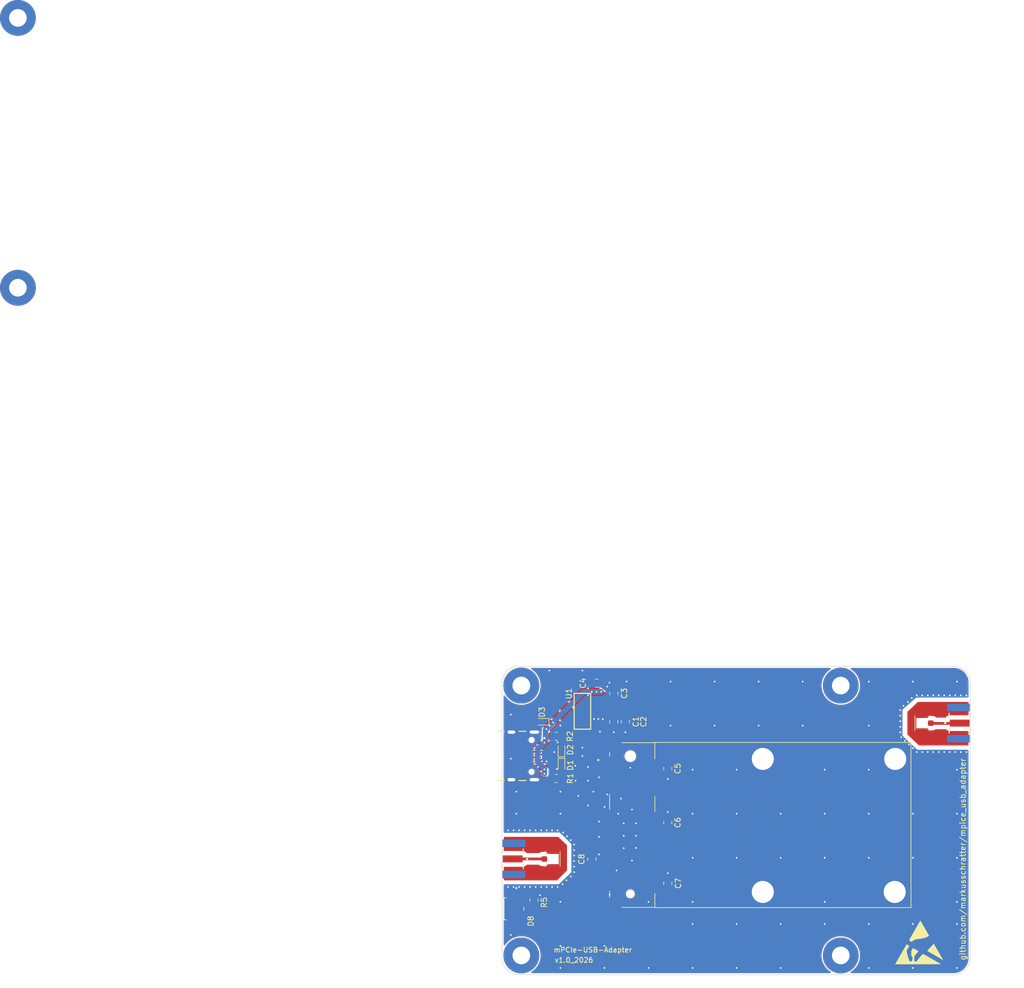
<source format=kicad_pcb>
(kicad_pcb (version 20241229) (generator "pcbnew") (generator_version "9.0")
  (layers (0 "F.Cu" signal) (2 "B.Cu" signal) (13 "F.Paste" user) (15 "B.Paste" user) (5 "F.SilkS" user "F.Silkscreen") (7 "B.SilkS" user "B.Silkscreen") (1 "F.Mask" user) (3 "B.Mask" user) (25 "Edge.Cuts" user))
  (net 0 "")
  (net 1 "GND")
  (net 2 "Net-(D8-Pad1)")
  (net 3 "+3.3V")
  (net 7 "+5V")
  (net 8 "USB_D-")
  (net 9 "USB_D+")
  (net 10 "Net-(J1-CC1)")
  (net 12 "Net-(J1-CC2)")
  (net 13 "Net-(J4-Ext)")
  (net 14 "Net-(J4-In)")
  (net 15 "Net-(J5-In)")
  (net 16 "Net-(J5-Ext)")
  (footprint "LD1117S33TR:SOT230P700X180-4N" (layer "F.Cu") (at 184 73.4 180)
    (property "Reference" "U1" (at 2.45 3.2 90) (layer "F.SilkS") (effects (font (size 1.000693 1.000693))))
    (property "Value" "LD1117S33TR" (hide yes))
    (pad "1" smd rect (at -2.9 -2.3 180) (size 2.15 1) (layers "F.Cu" "F.Mask" "F.Paste") (net 1 "GND"))
    (pad "2" smd rect (at -2.9 0 180) (size 2.15 1) (layers "F.Cu" "F.Mask" "F.Paste") (net 3 "+3.3V"))
    (pad "3" smd rect (at -2.9 2.3 180) (size 2.15 1) (layers "F.Cu" "F.Mask" "F.Paste") (net 7 "+5V"))
    (pad "4" smd rect (at 2.9 0 180) (size 2.15 3.25) (layers "F.Cu" "F.Mask" "F.Paste") (net 3 "+3.3V"))
  )
  (footprint "SMA-J-P-H-ST-EM1:SAMTEC_SMA-J-P-H-ST-EM1" (layer "F.Cu") (at 171.35 100.2 -90)
    (property "Reference" "J2" (hide yes))
    (property "Value" "SMA-J-P-H-ST-EM1" (hide yes))
    (pad "1" smd rect (at 0 0 270) (size 1.27 3.6) (layers "F.Cu" "F.Mask" "F.Paste") (net 14 "Net-(J4-In)"))
    (pad "2_1" smd rect (at -2.825 -0.2 270) (size 1.35 4.2) (layers "F.Cu" "F.Mask" "F.Paste") (net 13 "Net-(J4-Ext)"))
    (pad "2_2" smd rect (at -2.825 -0.2 270) (size 1.35 4.2) (layers "B.Cu" "B.Mask" "B.Paste") (net 13 "Net-(J4-Ext)"))
    (pad "3_1" smd rect (at 2.825 -0.2 270) (size 1.35 4.2) (layers "F.Cu" "F.Mask" "F.Paste") (net 13 "Net-(J4-Ext)"))
    (pad "3_2" smd rect (at 2.825 -0.2 270) (size 1.35 4.2) (layers "B.Cu" "B.Mask" "B.Paste") (net 13 "Net-(J4-Ext)"))
  )
  (footprint "Capacitor_SMD:C_0805_2012Metric" (layer "F.Cu") (at 191.8 75.3 -90)
    (property "Reference" "C2" (at 0 -3.3 90) (layer "F.SilkS"))
    (property "Value" "10uF" (hide yes))
    (pad "1" smd roundrect (at -0.95 0 270) (size 1 1.45) (layers "F.Cu" "F.Mask" "F.Paste") (net 3 "+3.3V"))
    (pad "2" smd roundrect (at 0.95 0 270) (size 1 1.45) (layers "F.Cu" "F.Mask" "F.Paste") (net 1 "GND"))
  )
  (footprint "Capacitor_SMD:C_0805_2012Metric" (layer "F.Cu") (at 189.7 70.15 90)
    (property "Reference" "C3" (at 0 1.9 90) (layer "F.SilkS"))
    (property "Value" "100nF" (hide yes))
    (pad "1" smd roundrect (at -0.95 0 90) (size 1 1.45) (layers "F.Cu" "F.Mask" "F.Paste") (net 7 "+5V"))
    (pad "2" smd roundrect (at 0.95 0 90) (size 1 1.45) (layers "F.Cu" "F.Mask" "F.Paste") (net 1 "GND"))
  )
  (footprint "Connector_Coaxial:U.FL_Hirose_U.FL-R-SMT-1_Vertical" (layer "F.Cu") (at 178.125 100.225)
    (property "Reference" "J4" (hide yes))
    (property "Value" "Conn_Coaxial_Small" (hide yes))
    (pad "1" smd roundrect (at -1.05 0) (size 1.05 1) (layers "F.Cu" "F.Mask" "F.Paste") (net 14 "Net-(J4-In)"))
    (pad "2" smd roundrect (at 0.475 -1.475) (size 2.2 1.05) (layers "F.Cu" "F.Mask" "F.Paste") (roundrect_rratio 0.2380952381) (net 13 "Net-(J4-Ext)"))
    (pad "2" smd roundrect (at 0.475 1.475) (size 2.2 1.05) (layers "F.Cu" "F.Mask" "F.Paste") (roundrect_rratio 0.2380952381) (net 13 "Net-(J4-Ext)"))
    (zone (net 0) (net_name "") (layers "F.Cu" "B.Cu") (connect_pads (clearance 0)) (min_thickness 0.25)
      (keepout (tracks not_allowed) (vias not_allowed) (pads not_allowed) (copperpour not_allowed) (footprints allowed))
      (fill (thermal_gap 0.5) (thermal_bridge_width 0.5))
      (polygon (pts (xy 179.7 99.275) (xy 177.61 99.275) (xy 177.61 101.175) (xy 179.7 101.175)))
    )
  )
  (footprint "Diode_SMD:D_SOD-523" (layer "F.Cu") (at 180.2 83.2 -90)
    (property "Reference" "D1" (at 0 -1.6 270) (layer "F.SilkS"))
    (property "Value" "ESD321" (hide yes))
    (pad "1" smd roundrect (at -0.7 0 90) (size 0.6 0.7) (layers "F.Cu" "F.Mask" "F.Paste") (net 9 "USB_D+"))
    (pad "2" smd roundrect (at 0.7 0 90) (size 0.6 0.7) (layers "F.Cu" "F.Mask" "F.Paste") (net 1 "GND"))
  )
  (footprint "Capacitor_SMD:C_0805_2012Metric" (layer "F.Cu") (at 189.7 75.3 -90)
    (property "Reference" "C1" (at 0 -4 90) (layer "F.SilkS"))
    (property "Value" "100nF" (hide yes))
    (pad "1" smd roundrect (at -0.95 0 270) (size 1 1.45) (layers "F.Cu" "F.Mask" "F.Paste") (net 3 "+3.3V"))
    (pad "2" smd roundrect (at 0.95 0 270) (size 1 1.45) (layers "F.Cu" "F.Mask" "F.Paste") (net 1 "GND"))
  )
  (footprint "Resistor_SMD:R_0805_2012Metric" (layer "F.Cu") (at 175.2 107.7 90)
    (property "Reference" "R5" (at -0.4 1.85 90) (layer "F.SilkS"))
    (property "Value" "750" (hide yes))
    (pad "1" smd roundrect (at -0.9125 0 90) (size 1.025 1.4) (layers "F.Cu" "F.Mask" "F.Paste") (roundrect_rratio 0.243902439) (net 2 "Net-(D8-Pad1)"))
    (pad "2" smd roundrect (at 0.9125 0 90) (size 1.025 1.4) (layers "F.Cu" "F.Mask" "F.Paste") (roundrect_rratio 0.243902439) (net 1 "GND"))
  )
  (footprint "Symbol:ESD-Logo_8.9x8mm_SilkScreen" (layer "F.Cu") (at 245.15 115.35)
    (property "Reference" "REF**" (hide yes))
    (property "Value" "ESD-Logo_8.9x8mm_SilkScreen" (hide yes))
  )
  (footprint "Capacitor_SMD:C_0805_2012Metric" (layer "F.Cu") (at 199.5 93.6 90)
    (property "Reference" "C6" (at 0 1.8 90) (layer "F.SilkS"))
    (property "Value" "100nF" (hide yes))
    (pad "1" smd roundrect (at -0.95 0 90) (size 1 1.45) (layers "F.Cu" "F.Mask" "F.Paste") (net 3 "+3.3V"))
    (pad "2" smd roundrect (at 0.95 0 90) (size 1 1.45) (layers "F.Cu" "F.Mask" "F.Paste") (net 1 "GND"))
  )
  (footprint "Capacitor_SMD:C_0805_2012Metric" (layer "F.Cu") (at 199.5 104.65 90)
    (property "Reference" "C7" (at 0 1.9 90) (layer "F.SilkS"))
    (property "Value" "100nF" (hide yes))
    (pad "1" smd roundrect (at -0.95 0 90) (size 1 1.45) (layers "F.Cu" "F.Mask" "F.Paste") (net 3 "+3.3V"))
    (pad "2" smd roundrect (at 0.95 0 90) (size 1 1.45) (layers "F.Cu" "F.Mask" "F.Paste") (net 1 "GND"))
  )
  (footprint "Capacitor_SMD:C_0805_2012Metric" (layer "F.Cu") (at 185.7 100.25 90)
    (property "Reference" "C8" (at 0 -1.85 90) (layer "F.SilkS"))
    (property "Value" "100nF" (hide yes))
    (pad "1" smd roundrect (at -0.95 0 90) (size 1 1.45) (layers "F.Cu" "F.Mask" "F.Paste") (net 3 "+3.3V"))
    (pad "2" smd roundrect (at 0.95 0 90) (size 1 1.45) (layers "F.Cu" "F.Mask" "F.Paste") (net 1 "GND"))
  )
  (footprint "Resistor_SMD:R_0805_2012Metric" (layer "F.Cu") (at 179.25 85.6)
    (property "Reference" "R1" (at 2.55 0 90) (layer "F.SilkS"))
    (property "Value" "5.1k" (hide yes))
    (pad "1" smd roundrect (at -0.9125 0) (size 1.025 1.4) (layers "F.Cu" "F.Mask" "F.Paste") (roundrect_rratio 0.243902439) (net 12 "Net-(J1-CC2)"))
    (pad "2" smd roundrect (at 0.9125 0) (size 1.025 1.4) (layers "F.Cu" "F.Mask" "F.Paste") (roundrect_rratio 0.243902439) (net 1 "GND"))
  )
  (footprint "Resistor_SMD:R_0805_2012Metric" (layer "F.Cu") (at 179.25 77.95)
    (property "Reference" "R2" (at 2.5 0 90) (layer "F.SilkS"))
    (property "Value" "5.1k" (hide yes))
    (pad "1" smd roundrect (at -0.9125 0) (size 1.025 1.4) (layers "F.Cu" "F.Mask" "F.Paste") (roundrect_rratio 0.243902439) (net 10 "Net-(J1-CC1)"))
    (pad "2" smd roundrect (at 0.9125 0) (size 1.025 1.4) (layers "F.Cu" "F.Mask" "F.Paste") (roundrect_rratio 0.243902439) (net 1 "GND"))
  )
  (footprint "LS_A67K-J1L2-1-0-2-R33-Z:LED_LS_A67K-J1L2-1-0-2-R33-Z" (layer "F.Cu") (at 172 109.25 -90)
    (property "Reference" "D8" (at 2.25 -2.635 90) (layer "F.SilkS"))
    (property "Value" "LS_A67K-J1L2-1-0-2-R33-Z" (hide yes))
    (pad "1" smd rect (at -1.7875 0 270) (size 2.425 3) (layers "F.Cu") (net 2 "Net-(D8-Pad1)"))
    (pad "2" smd rect (at 1.825 0 270) (size 2.35 3) (layers "F.Cu") (net 3 "+3.3V"))
  )
  (footprint "Capacitor_SMD:C_0805_2012Metric" (layer "F.Cu") (at 199.5 83.8 -90)
    (property "Reference" "C5" (at 0 -1.8 90) (layer "F.SilkS"))
    (property "Value" "100nF" (hide yes))
    (pad "1" smd roundrect (at -0.95 0 270) (size 1 1.45) (layers "F.Cu" "F.Mask" "F.Paste") (net 3 "+3.3V"))
    (pad "2" smd roundrect (at 0.95 0 270) (size 1 1.45) (layers "F.Cu" "F.Mask" "F.Paste") (net 1 "GND"))
  )
  (footprint "AS-RTK2B-MPCIE-L1L2-F9P-01:MODULE_AS-RTK2B-MPCIE-L1L2-F9P-01" (layer "F.Cu") (at 192.701 94.05 -90)
    (property "Reference" "U2" (hide yes))
    (property "Value" "AS-RTK2B-MPCIE-L1L2-F9P-01" (hide yes))
    (pad "" np_thru_hole circle (at -12.5 0 270) (size 1.65 1.65) (drill 1.65) (layers "*.Cu" "*.Mask"))
    (pad "" np_thru_hole circle (at 12.5 0 270) (size 1.15 1.15) (drill 1.15) (layers "*.Cu" "*.Mask"))
    (pad "1" smd rect (at -11.8 4.1 270) (size 0.6 2) (layers "F.Cu" "F.Mask" "F.Paste"))
    (pad "2" smd rect (at -11.4 -4.1 270) (size 0.6 2) (layers "F.Cu" "F.Mask" "F.Paste") (net 3 "+3.3V"))
    (pad "3" smd rect (at -11 4.1 270) (size 0.6 2) (layers "F.Cu" "F.Mask" "F.Paste"))
    (pad "4" smd rect (at -10.6 -4.1 270) (size 0.6 2) (layers "F.Cu" "F.Mask" "F.Paste"))
    (pad "5" smd rect (at -10.2 4.1 270) (size 0.6 2) (layers "F.Cu" "F.Mask" "F.Paste"))
    (pad "6" smd rect (at -9.8 -4.1 270) (size 0.6 2) (layers "F.Cu" "F.Mask" "F.Paste"))
    (pad "7" smd rect (at -9.4 4.1 270) (size 0.6 2) (layers "F.Cu" "F.Mask" "F.Paste"))
    (pad "8" smd rect (at -9 -4.1 270) (size 0.6 2) (layers "F.Cu" "F.Mask" "F.Paste"))
    (pad "9" smd rect (at -8.6 4.1 270) (size 0.6 2) (layers "F.Cu" "F.Mask" "F.Paste") (net 1 "GND"))
    (pad "10" smd rect (at -8.2 -4.1 270) (size 0.6 2) (layers "F.Cu" "F.Mask" "F.Paste"))
    (pad "11" smd rect (at -7.8 4.1 270) (size 0.6 2) (layers "F.Cu" "F.Mask" "F.Paste"))
    (pad "12" smd rect (at -7.4 -4.1 270) (size 0.6 2) (layers "F.Cu" "F.Mask" "F.Paste"))
    (pad "13" smd rect (at -7 4.1 270) (size 0.6 2) (layers "F.Cu" "F.Mask" "F.Paste"))
    (pad "14" smd rect (at -6.6 -4.1 270) (size 0.6 2) (layers "F.Cu" "F.Mask" "F.Paste"))
    (pad "15" smd rect (at -6.2 4.1 270) (size 0.6 2) (layers "F.Cu" "F.Mask" "F.Paste") (net 1 "GND"))
    (pad "16" smd rect (at -5.8 -4.1 270) (size 0.6 2) (layers "F.Cu" "F.Mask" "F.Paste"))
    (pad "17" smd rect (at -2.2 4.1 270) (size 0.6 2) (layers "F.Cu" "F.Mask" "F.Paste"))
    (pad "18" smd rect (at -1.8 -4.1 270) (size 0.6 2) (layers "F.Cu" "F.Mask" "F.Paste"))
    (pad "19" smd rect (at -1.4 4.1 270) (size 0.6 2) (layers "F.Cu" "F.Mask" "F.Paste"))
    (pad "20" smd rect (at -1 -4.1 270) (size 0.6 2) (layers "F.Cu" "F.Mask" "F.Paste"))
    (pad "21" smd rect (at -0.6 4.1 270) (size 0.6 2) (layers "F.Cu" "F.Mask" "F.Paste") (net 1 "GND"))
    (pad "22" smd rect (at -0.2 -4.1 270) (size 0.6 2) (layers "F.Cu" "F.Mask" "F.Paste"))
    (pad "23" smd rect (at 0.2 4.1 270) (size 0.6 2) (layers "F.Cu" "F.Mask" "F.Paste"))
    (pad "24" smd rect (at 0.6 -4.1 270) (size 0.6 2) (layers "F.Cu" "F.Mask" "F.Paste") (net 3 "+3.3V"))
    (pad "25" smd rect (at 1 4.1 270) (size 0.6 2) (layers "F.Cu" "F.Mask" "F.Paste"))
    (pad "26" smd rect (at 1.4 -4.1 270) (size 0.6 2) (layers "F.Cu" "F.Mask" "F.Paste"))
    (pad "27" smd rect (at 1.8 4.1 270) (size 0.6 2) (layers "F.Cu" "F.Mask" "F.Paste") (net 1 "GND"))
    (pad "28" smd rect (at 2.2 -4.1 270) (size 0.6 2) (layers "F.Cu" "F.Mask" "F.Paste"))
    (pad "29" smd rect (at 2.6 4.1 270) (size 0.6 2) (layers "F.Cu" "F.Mask" "F.Paste") (net 1 "GND"))
    (pad "30" smd rect (at 3 -4.1 270) (size 0.6 2) (layers "F.Cu" "F.Mask" "F.Paste"))
    (pad "31" smd rect (at 3.4 4.1 270) (size 0.6 2) (layers "F.Cu" "F.Mask" "F.Paste"))
    (pad "32" smd rect (at 3.8 -4.1 270) (size 0.6 2) (layers "F.Cu" "F.Mask" "F.Paste"))
    (pad "33" smd rect (at 4.2 4.1 270) (size 0.6 2) (layers "F.Cu" "F.Mask" "F.Paste"))
    (pad "34" smd rect (at 4.6 -4.1 270) (size 0.6 2) (layers "F.Cu" "F.Mask" "F.Paste"))
    (pad "35" smd rect (at 5 4.1 270) (size 0.6 2) (layers "F.Cu" "F.Mask" "F.Paste") (net 1 "GND"))
    (pad "36" smd rect (at 5.4 -4.1 270) (size 0.6 2) (layers "F.Cu" "F.Mask" "F.Paste") (net 8 "USB_D-"))
    (pad "37" smd rect (at 5.8 4.1 270) (size 0.6 2) (layers "F.Cu" "F.Mask" "F.Paste") (net 1 "GND"))
    (pad "38" smd rect (at 6.2 -4.1 270) (size 0.6 2) (layers "F.Cu" "F.Mask" "F.Paste") (net 9 "USB_D+"))
    (pad "39" smd rect (at 6.6 4.1 270) (size 0.6 2) (layers "F.Cu" "F.Mask" "F.Paste") (net 3 "+3.3V"))
    (pad "40" smd rect (at 7 -4.1 270) (size 0.6 2) (layers "F.Cu" "F.Mask" "F.Paste"))
    (pad "41" smd rect (at 7.4 4.1 270) (size 0.6 2) (layers "F.Cu" "F.Mask" "F.Paste") (net 3 "+3.3V"))
    (pad "42" smd rect (at 7.8 -4.1 270) (size 0.6 2) (layers "F.Cu" "F.Mask" "F.Paste"))
    (pad "43" smd rect (at 8.2 4.1 270) (size 0.6 2) (layers "F.Cu" "F.Mask" "F.Paste") (net 1 "GND"))
    (pad "44" smd rect (at 8.6 -4.1 270) (size 0.6 2) (layers "F.Cu" "F.Mask" "F.Paste"))
    (pad "45" smd rect (at 9 4.1 270) (size 0.6 2) (layers "F.Cu" "F.Mask" "F.Paste"))
    (pad "46" smd rect (at 9.4 -4.1 270) (size 0.6 2) (layers "F.Cu" "F.Mask" "F.Paste"))
    (pad "47" smd rect (at 9.8 4.1 270) (size 0.6 2) (layers "F.Cu" "F.Mask" "F.Paste"))
    (pad "48" smd rect (at 10.2 -4.1 270) (size 0.6 2) (layers "F.Cu" "F.Mask" "F.Paste"))
    (pad "49" smd rect (at 10.6 4.1 270) (size 0.6 2) (layers "F.Cu" "F.Mask" "F.Paste"))
    (pad "50" smd rect (at 11 -4.1 270) (size 0.6 2) (layers "F.Cu" "F.Mask" "F.Paste"))
    (pad "51" smd rect (at 11.4 4.1 270) (size 0.6 2) (layers "F.Cu" "F.Mask" "F.Paste"))
    (pad "52" smd rect (at 11.8 -4.1 270) (size 0.6 2) (layers "F.Cu" "F.Mask" "F.Paste") (net 3 "+3.3V"))
    (pad "S1" smd rect (at -14.65 3.5 270) (size 2.3 3.2) (layers "F.Cu" "F.Mask" "F.Paste"))
    (pad "S2" smd rect (at 14.65 3.5 270) (size 2.3 3.2) (layers "F.Cu" "F.Mask" "F.Paste"))
  )
  (footprint "Capacitor_SMD:C_0805_2012Metric" (layer "F.Cu") (at 186.6 68.3)
    (property "Reference" "C4" (at -2.5 0 90) (layer "F.SilkS"))
    (property "Value" "10uF" (hide yes))
    (pad "1" smd roundrect (at -0.95 0) (size 1 1.45) (layers "F.Cu" "F.Mask" "F.Paste") (net 7 "+5V"))
    (pad "2" smd roundrect (at 0.95 0) (size 1 1.45) (layers "F.Cu" "F.Mask" "F.Paste") (net 1 "GND"))
  )
  (footprint "USB4105-GF-A:GCT_USB4105-GF-A" (layer "F.Cu") (at 171.1 81.5 -90)
    (property "Reference" "J1" (hide yes))
    (property "Value" "USB4105-GF-A" (hide yes))
    (pad "" np_thru_hole circle (at -2.89 -3.68 270) (size 0.65 0.65) (drill 0.65) (layers "*.Cu" "*.Mask"))
    (pad "" np_thru_hole circle (at 2.89 -3.68 270) (size 0.65 0.65) (drill 0.65) (layers "*.Cu" "*.Mask"))
    (pad "A1_B12" smd rect (at -3.2 -4.755 270) (size 0.6 1.15) (layers "F.Cu" "F.Paste") (net 1 "GND"))
    (pad "A4_B9" smd rect (at -2.4 -4.755 270) (size 0.6 1.15) (layers "F.Cu" "F.Paste") (net 7 "+5V"))
    (pad "A5" smd rect (at -1.25 -4.755 270) (size 0.3 1.15) (layers "F.Cu" "F.Paste") (net 10 "Net-(J1-CC1)"))
    (pad "A6" smd rect (at -0.25 -4.755 270) (size 0.3 1.15) (layers "F.Cu" "F.Paste") (net 9 "USB_D+"))
    (pad "A7" smd rect (at 0.25 -4.755 270) (size 0.3 1.15) (layers "F.Cu" "F.Paste") (net 8 "USB_D-"))
    (pad "A8" smd rect (at 1.25 -4.755 270) (size 0.3 1.15) (layers "F.Cu" "F.Paste"))
    (pad "B1_A12" smd rect (at 3.2 -4.755 270) (size 0.6 1.15) (layers "F.Cu" "F.Paste") (net 1 "GND"))
    (pad "B4_A9" smd rect (at 2.4 -4.755 270) (size 0.6 1.15) (layers "F.Cu" "F.Paste") (net 7 "+5V"))
    (pad "B5" smd rect (at 1.75 -4.755 270) (size 0.3 1.15) (layers "F.Cu" "F.Paste") (net 12 "Net-(J1-CC2)"))
    (pad "B6" smd rect (at 0.75 -4.755 270) (size 0.3 1.15) (layers "F.Cu" "F.Paste") (net 9 "USB_D+"))
    (pad "B7" smd rect (at -0.75 -4.755 270) (size 0.3 1.15) (layers "F.Cu" "F.Paste") (net 8 "USB_D-"))
    (pad "B8" smd rect (at -1.75 -4.755 270) (size 0.3 1.15) (layers "F.Cu" "F.Paste"))
    (pad "SH1" thru_hole oval (at -4.32 -4.18 270) (size 1 2.1) (drill oval 0.6 1.7) (layers "*.Cu" "*.Mask") (net 1 "GND"))
    (pad "SH2" thru_hole oval (at 4.32 -4.18 270) (size 1 2.1) (drill oval 0.6 1.7) (layers "*.Cu" "*.Mask") (net 1 "GND"))
    (pad "SH3" thru_hole oval (at -4.32 0 270) (size 1 1.8) (drill oval 0.6 1.4) (layers "*.Cu" "*.Mask") (net 1 "GND"))
    (pad "SH4" thru_hole oval (at 4.32 0 270) (size 1 1.8) (drill oval 0.6 1.4) (layers "*.Cu" "*.Mask") (net 1 "GND"))
  )
  (footprint "Connector_Coaxial:U.FL_Hirose_U.FL-R-SMT-1_Vertical" (layer "F.Cu") (at 246.2 75.55 180)
    (property "Reference" "J5" (hide yes))
    (property "Value" "Conn_Coaxial_Small" (hide yes))
    (pad "1" smd roundrect (at -1.05 0 180) (size 1.05 1) (layers "F.Cu" "F.Mask" "F.Paste") (net 15 "Net-(J5-In)"))
    (pad "2" smd roundrect (at 0.475 -1.475 180) (size 2.2 1.05) (layers "F.Cu" "F.Mask" "F.Paste") (roundrect_rratio 0.2380952381) (net 16 "Net-(J5-Ext)"))
    (pad "2" smd roundrect (at 0.475 1.475 180) (size 2.2 1.05) (layers "F.Cu" "F.Mask" "F.Paste") (roundrect_rratio 0.2380952381) (net 16 "Net-(J5-Ext)"))
    (zone (net 0) (net_name "") (layers "F.Cu" "B.Cu") (connect_pads (clearance 0)) (min_thickness 0.25)
      (keepout (tracks not_allowed) (vias not_allowed) (pads not_allowed) (copperpour not_allowed) (footprints allowed))
      (fill (thermal_gap 0.5) (thermal_bridge_width 0.5))
      (polygon (pts (xy 244.625 76.5) (xy 246.715 76.5) (xy 246.715 74.6) (xy 244.625 74.6)))
    )
  )
  (footprint "Diode_SMD:D_SOD-523" (layer "F.Cu") (at 176.65 75.3 180)
    (property "Reference" "D3" (at 0 1.75 90) (layer "F.SilkS"))
    (property "Value" "ESD441" (hide yes))
    (pad "1" smd roundrect (at -0.7 0) (size 0.6 0.7) (layers "F.Cu" "F.Mask" "F.Paste") (net 7 "+5V"))
    (pad "2" smd roundrect (at 0.7 0) (size 0.6 0.7) (layers "F.Cu" "F.Mask" "F.Paste") (net 1 "GND"))
  )
  (footprint "SMA-J-P-H-ST-EM1:SAMTEC_SMA-J-P-H-ST-EM1" (layer "F.Cu") (at 252.5 75.55 90)
    (property "Reference" "J3" (hide yes))
    (property "Value" "SMA-J-P-H-ST-EM1" (hide yes))
    (pad "1" smd rect (at 0 0 90) (size 1.27 3.6) (layers "F.Cu" "F.Mask" "F.Paste") (net 15 "Net-(J5-In)"))
    (pad "2_1" smd rect (at -2.825 -0.2 90) (size 1.35 4.2) (layers "F.Cu" "F.Mask" "F.Paste") (net 16 "Net-(J5-Ext)"))
    (pad "2_2" smd rect (at -2.825 -0.2 90) (size 1.35 4.2) (layers "B.Cu" "B.Mask" "B.Paste") (net 16 "Net-(J5-Ext)"))
    (pad "3_1" smd rect (at 2.825 -0.2 90) (size 1.35 4.2) (layers "F.Cu" "F.Mask" "F.Paste") (net 16 "Net-(J5-Ext)"))
    (pad "3_2" smd rect (at 2.825 -0.2 90) (size 1.35 4.2) (layers "B.Cu" "B.Mask" "B.Paste") (net 16 "Net-(J5-Ext)"))
  )
  (footprint "Diode_SMD:D_SOD-523" (layer "F.Cu") (at 180.2 80.4 90)
    (property "Reference" "D2" (at 0 1.6 90) (layer "F.SilkS"))
    (property "Value" "ESD321" (hide yes))
    (pad "1" smd roundrect (at -0.7 0 270) (size 0.6 0.7) (layers "F.Cu" "F.Mask" "F.Paste") (net 8 "USB_D-"))
    (pad "2" smd roundrect (at 0.7 0 270) (size 0.6 0.7) (layers "F.Cu" "F.Mask" "F.Paste") (net 1 "GND"))
  )
  (gr_line (start 254.387225 118.2307) (end 254.408546 68.230766) (stroke (width 0.1)) (layer "Edge.Cuts"))
  (gr_arc (start 254.387225 118.230767) (mid 253.508543 120.352072) (end 251.387225 121.230767) (stroke (width 0.1)) (layer "Edge.Cuts"))
  (gr_arc (start 172.429866 121.230766) (mid 170.308546 120.352086) (end 169.429866 118.230766) (stroke (width 0.1)) (layer "Edge.Cuts"))
  (gr_line (start 169.408545 68.2308) (end 169.429866 118.230766) (stroke (width 0.1)) (layer "Edge.Cuts"))
  (gr_arc (start 169.408545 68.230765) (mid 170.287225 66.109445) (end 172.408545 65.230765) (stroke (width 0.1)) (layer "Edge.Cuts"))
  (gr_arc (start 251.408546 65.230766) (mid 253.529879 66.109439) (end 254.408546 68.230766) (stroke (width 0.1)) (layer "Edge.Cuts"))
  (gr_line (start 172.42987 121.230766) (end 251.387225 121.230767) (stroke (width 0.1)) (layer "Edge.Cuts"))
  (gr_line (start 251.4086 65.230766) (end 172.408545 65.230846) (stroke (width 0.1)) (layer "Edge.Cuts"))
  (gr_text "github.com/markusschratter/mpice_usb_adapter" (at 253.65 118.7 90) (layer "F.SilkS") (effects (font (size 1 1)) (justify left bottom)))
  (gr_text "v1.0_2026" (at 178.9 119.1 0) (layer "F.SilkS") (effects (font (size 0.9 0.9) (thickness 0.15) (bold yes)) (justify left bottom)))
  (gr_text "mPCIe-USB-Adapter" (at 178.7 117.25 0) (layer "F.SilkS") (effects (font (size 0.9 0.9) (thickness 0.15) (bold yes)) (justify left bottom)))
  (via (at 172.908546 68.730766) (size 6.5) (drill 3.2) (layers "F.Cu" "B.Cu") (net 0))
  (via (at 81.5 -52.5) (size 6.5) (drill 3.2) (layers "F.Cu" "B.Cu") (net 0))
  (via (at 172.908546 117.730766) (size 6.5) (drill 3.2) (layers "F.Cu" "B.Cu") (net 0))
  (via (at 230.908546 68.730766) (size 6.5) (drill 3.2) (layers "F.Cu" "B.Cu") (net 0))
  (via (at 230.908546 117.730766) (size 6.5) (drill 3.2) (layers "F.Cu" "B.Cu") (net 0))
  (via (at 172.908546 68.730766) (size 6.5) (drill 3.2) (layers "F.Cu" "B.Cu") (net 0))
  (via (at 81.5 -3.5) (size 6.5) (drill 3.2) (layers "F.Cu" "B.Cu") (net 0))
  (segment (start 176.2875 106.7875) (end 176.3 106.8) (width 0.5) (layer "F.Cu") (net 1))
  (segment (start 175.2 106.7875) (end 176.2875 106.7875) (width 0.5) (layer "F.Cu") (net 1))
  (via (at 244.7 70.5) (size 0.6) (drill 0.3) (layers "F.Cu" "B.Cu") (net 1))
  (via (at 182.5 99.6) (size 0.6) (drill 0.3) (layers "F.Cu" "B.Cu") (net 1))
  (via (at 199.5 102.8) (size 0.6) (drill 0.3) (layers "F.Cu" "B.Cu") (net 1))
  (via (at 252 120) (size 0.6) (drill 0.3) (layers "F.Cu" "B.Cu") (net 1))
  (via (at 173.5 105.3) (size 0.6) (drill 0.3) (layers "F.Cu" "B.Cu") (net 1))
  (via (at 252 108) (size 0.6) (drill 0.3) (layers "F.Cu" "B.Cu") (net 1))
  (via (at 253.7 70.5) (size 0.6) (drill 0.3) (layers "F.Cu" "B.Cu") (net 1))
  (via (at 171 82) (size 0.6) (drill 0.3) (layers "F.Cu" "B.Cu") (net 1))
  (via (at 189.7 77.2) (size 0.6) (drill 0.3) (layers "F.Cu" "B.Cu") (net 1))
  (via (at 172.5 105.3) (size 0.6) (drill 0.3) (layers "F.Cu" "B.Cu") (net 1))
  (via (at 180 88) (size 0.6) (drill 0.3) (layers "F.Cu" "B.Cu") (net 1))
  (via (at 188.5 88.5) (size 0.6) (drill 0.3) (layers "F.Cu" "B.Cu") (net 1))
  (via (at 208 76) (size 0.6) (drill 0.3) (layers "F.Cu" "B.Cu") (net 1))
  (via (at 216.75 106.2) (size 6.5) (drill 4) (layers "F.Cu" "B.Cu") (net 1))
  (via (at 220 112) (size 0.6) (drill 0.3) (layers "F.Cu" "B.Cu") (net 1))
  (via (at 216 76) (size 0.6) (drill 0.3) (layers "F.Cu" "B.Cu") (net 1))
  (via (at 252 84) (size 0.6) (drill 0.3) (layers "F.Cu" "B.Cu") (net 1))
  (via (at 247.7 70.5) (size 0.6) (drill 0.3) (layers "F.Cu" "B.Cu") (net 1))
  (via (at 171.5 95) (size 0.6) (drill 0.3) (layers "F.Cu" "B.Cu") (net 1))
  (via (at 241.9 78.1) (size 0.6) (drill 0.3) (layers "F.Cu" "B.Cu") (net 1))
  (via (at 182.7 83.3) (size 0.6) (drill 0.3) (layers "F.Cu" "B.Cu") (net 1))
  (via (at 178 66) (size 0.6) (drill 0.3) (layers "F.Cu" "B.Cu") (net 1))
  (via (at 252.7 80.8) (size 0.6) (drill 0.3) (layers "F.Cu" "B.Cu") (net 1))
  (via (at 191.5 96) (size 0.6) (drill 0.3) (layers "F.Cu" "B.Cu") (net 1))
  (via (at 250.7 70.5) (size 0.6) (drill 0.3) (layers "F.Cu" "B.Cu") (net 1))
  (via (at 236 76) (size 0.6) (drill 0.3) (layers "F.Cu" "B.Cu") (net 1))
  (via (at 182.5 98.6) (size 0.6) (drill 0.3) (layers "F.Cu" "B.Cu") (net 1))
  (via (at 182.5 102.6) (size 0.6) (drill 0.3) (layers "F.Cu" "B.Cu") (net 1))
  (via (at 188 116) (size 0.6) (drill 0.3) (layers "F.Cu" "B.Cu") (net 1))
  (via (at 173.5 95) (size 0.6) (drill 0.3) (layers "F.Cu" "B.Cu") (net 1))
  (via (at 244 68) (size 0.6) (drill 0.3) (layers "F.Cu" "B.Cu") (net 1))
  (via (at 204 100) (size 0.6) (drill 0.3) (layers "F.Cu" "B.Cu") (net 1))
  (via (at 192.7 83.65) (size 0.6) (drill 0.3) (layers "F.Cu" "B.Cu") (net 1))
  (via (at 178.9 80.8) (size 0.6) (drill 0.3) (layers "F.Cu" "B.Cu") (net 1))
  (via (at 208 68) (size 0.6) (drill 0.3) (layers "F.Cu" "B.Cu") (net 1))
  (via (at 200 68) (size 0.6) (drill 0.3) (layers "F.Cu" "B.Cu") (net 1))
  (via (at 171.5 105.3) (size 0.6) (drill 0.3) (layers "F.Cu" "B.Cu") (net 1))
  (via (at 180 120) (size 0.6) (drill 0.3) (layers "F.Cu" "B.Cu") (net 1))
  (via (at 190.2 102.3) (size 0.6) (drill 0.3) (layers "F.Cu" "B.Cu") (net 1))
  (via (at 191.8 77.2) (size 0.6) (drill 0.3) (layers "F.Cu" "B.Cu") (net 1))
  (via (at 184 80) (size 0.6) (drill 0.3) (layers "F.Cu" "B.Cu") (net 1))
  (via (at 180 76) (size 0.6) (drill 0.3) (layers "F.Cu" "B.Cu") (net 1))
  (via (at 204 120) (size 0.6) (drill 0.3) (layers "F.Cu" "B.Cu") (net 1))
  (via (at 188 120) (size 0.6) (drill 0.3) (layers "F.Cu" "B.Cu") (net 1))
  (via (at 176.5 95) (size 0.6) (drill 0.3) (layers "F.Cu" "B.Cu") (net 1))
  (via (at 177.5 82.5) (size 0.6) (drill 0.3) (layers "F.Cu" "B.Cu") (net 1))
  (via (at 185 83.5) (size 0.6) (drill 0.3) (layers "F.Cu" "B.Cu") (net 1))
  (via (at 244 112) (size 0.6) (drill 0.3) (layers "F.Cu" "B.Cu") (net 1))
  (via (at 186.9 74.8) (size 0.6) (drill 0.3) (layers "F.Cu" "B.Cu") (net 1))
  (via (at 182.5 101.6) (size 0.6) (drill 0.3) (layers "F.Cu" "B.Cu") (net 1))
  (via (at 175.5 95) (size 0.6) (drill 0.3) (layers "F.Cu" "B.Cu") (net 1))
  (via (at 187 99.4) (size 0.6) (drill 0.3) (layers "F.Cu" "B.Cu") (net 1))
  (via (at 182.75 86) (size 0.6) (drill 0.3) (layers "F.Cu" "B.Cu") (net 1))
  (via (at 188.95 106.7) (size 0.6) (drill 0.3) (layers "F.Cu" "B.Cu") (net 1))
  (via (at 184 81.5) (size 0.6) (drill 0.3) (layers "F.Cu" "B.Cu") (net 1))
  (via (at 181.1 104.1) (size 0.6) (drill 0.3) (layers "F.Cu" "B.Cu") (net 1))
  (via (at 180.4 104.8) (size 0.6) (drill 0.3) (layers "F.Cu" "B.Cu") (net 1))
  (via (at 172.5 95) (size 0.6) (drill 0.3) (layers "F.Cu" "B.Cu") (net 1))
  (via (at 200 76) (size 0.6) (drill 0.3) (layers "F.Cu" "B.Cu") (net 1))
  (via (at 179.5 79.05) (size 0.6) (drill 0.3) (layers "F.Cu" "B.Cu") (net 1))
  (via (at 236 68) (size 0.6) (drill 0.3) (layers "F.Cu" "B.Cu") (net 1))
  (via (at 191 89.25) (size 0.6) (drill 0.3) (layers "F.Cu" "B.Cu") (net 1))
  (via (at 181.9 103.4) (size 0.6) (drill 0.3) (layers "F.Cu" "B.Cu") (net 1))
  (via (at 251.7 70.5) (size 0.6) (drill 0.3) (layers "F.Cu" "B.Cu") (net 1))
  (via (at 204 112) (size 0.6) (drill 0.3) (layers "F.Cu" "B.Cu") (net 1))
  (via (at 172 88) (size 0.6) (drill 0.3) (layers "F.Cu" "B.Cu") (net 1))
  (via (at 182.5 97.6) (size 0.6) (drill 0.3) (layers "F.Cu" "B.Cu") (net 1))
  (via (at 228 108) (size 0.6) (drill 0.3) (layers "F.Cu" "B.Cu") (net 1))
  (via (at 193.75 93.75) (size 0.6) (drill 0.3) (layers "F.Cu" "B.Cu") (net 1))
  (via (at 190.5 92) (size 0.6) (drill 0.3) (layers "F.Cu" "B.Cu") (net 1))
  (via (at 180 108) (size 0.6) (drill 0.3) (layers "F.Cu" "B.Cu") (net 1))
  (via (at 244 92) (size 0.6) (drill 0.3) (layers "F.Cu" "B.Cu") (net 1))
  (via (at 193.75 96) (size 0.6) (drill 0.3) (layers "F.Cu" "B.Cu") (net 1))
  (via (at 244 80.1) (size 0.6) (drill 0.3) (layers "F.Cu" "B.Cu") (net 1))
  (via (at 191.5 93.75) (size 0.6) (drill 0.3) (layers "F.Cu" "B.Cu") (net 1))
  (via (at 245.7 70.5) (size 0.6) (drill 0.3) (layers "F.Cu" "B.Cu") (net 1))
  (via (at 181.9 96.8) (size 0.6) (drill 0.3) (layers "F.Cu" "B.Cu") (net 1))
  (via (at 242.3 72.4) (size 0.6) (drill 0.3) (layers "F.Cu" "B.Cu") (net 1))
  (via (at 244 120) (size 0.6) (drill 0.3) (layers "F.Cu" "B.Cu") (net 1))
  (via (at 176.5 105.3) (size 0.6) (drill 0.3) (layers "F.Cu" "B.Cu") (net 1))
  (via (at 241.7 76.2) (size 0.6) (drill 0.3) (layers "F.Cu" "B.Cu") (net 1))
  (via (at 196 108) (size 0.6) (drill 0.3) (layers "F.Cu" "B.Cu") (net 1))
  (via (at 179.5 105.3) (size 0.6) (drill 0.3) (layers "F.Cu" "B.Cu") (net 1))
  (via (at 193.75 98.2) (size 0.6) (drill 0.3) (layers "F.Cu" "B.Cu") (net 1))
  (via (at 188.9 68.2) (size 0.6) (drill 0.3) (layers "F.Cu" "B.Cu") (net 1))
  (via (at 251.7 80.8) (size 0.6) (drill 0.3) (layers "F.Cu" "B.Cu") (net 1))
  (via (at 243.1 71.7) (size 0.6) (drill 0.3) (layers "F.Cu" "B.Cu") (net 1))
  (via (at 252 112) (size 0.6) (drill 0.3) (layers "F.Cu" "B.Cu") (net 1))
  (via (at 212 100) (size 0.6) (drill 0.3) (layers "F.Cu" "B.Cu") (net 1))
  (via (at 170.5 105.3) (size 0.6) (drill 0.3) (layers "F.Cu" "B.Cu") (net 1))
  (via (at 185 90.5) (size 0.6) (drill 0.3) (layers "F.Cu" "B.Cu") (net 1))
  (via (at 212 112) (size 0.6) (drill 0.3) (layers "F.Cu" "B.Cu") (net 1))
  (via (at 249.7 80.8) (size 0.6) (drill 0.3) (layers "F.Cu" "B.Cu") (net 1))
  (via (at 248.7 70.5) (size 0.6) (drill 0.3) (layers "F.Cu" "B.Cu") (net 1))
  (via (at 224 68) (size 0.6) (drill 0.3) (layers "F.Cu" "B.Cu") (net 1))
  (via (at 196 120) (size 0.6) (drill 0.3) (layers "F.Cu" "B.Cu") (net 1))
  (via (at 188 90.75) (size 0.6) (drill 0.3) (layers "F.Cu" "B.Cu") (net 1))
  (via (at 241.7 77.2) (size 0.6) (drill 0.3) (layers "F.Cu" "B.Cu") (net 1))
  (via (at 250.7 80.8) (size 0.6) (drill 0.3) (layers "F.Cu" "B.Cu") (net 1))
  (via (at 174.5 95) (size 0.6) (drill 0.3) (layers "F.Cu" "B.Cu") (net 1))
  (via (at 236 100) (size 0.6) (drill 0.3) (layers "F.Cu" "B.Cu") (net 1))
  (via (at 253.7 80.8) (size 0.6) (drill 0.3) (layers "F.Cu" "B.Cu") (net 1))
  (via (at 216.75 82.05) (size 6.5) (drill 4) (layers "F.Cu" "B.Cu") (net 1))
  (via (at 179.5 95) (size 0.6) (drill 0.3) (layers "F.Cu" "B.Cu") (net 1))
  (via (at 243.8 71) (size 0.6) (drill 0.3) (layers "F.Cu" "B.Cu") (net 1))
  (via (at 228 112) (size 0.6) (drill 0.3) (layers "F.Cu" "B.Cu") (net 1))
  (via (at 249.7 70.5) (size 0.6) (drill 0.3) (layers "F.Cu" "B.Cu") (net 1))
  (via (at 184 66) (size 0.6) (drill 0.3) (layers "F.Cu" "B.Cu") (net 1))
  (via (at 177.5 95) (size 0.6) (drill 0.3) (layers "F.Cu" "B.Cu") (net 1))
  (via (at 241.7 75.2) (size 0.6) (drill 0.3) (layers "F.Cu" "B.Cu") (net 1))
  (via (at 248.7 80.8) (size 0.6) (drill 0.3) (layers "F.Cu" "B.Cu") (net 1))
  (via (at 252 68) (size 0.6) (drill 0.3) (layers "F.Cu" "B.Cu") (net 1))
  (via (at 243.3 79.4) (size 0.6) (drill 0.3) (layers "F.Cu" "B.Cu") (net 1))
  (via (at 187 85.4) (size 0.6) (drill 0.3) (layers "F.Cu" "B.Cu") (net 1))
  (via (at 244 100) (size 0.6) (drill 0.3) (layers "F.Cu" "B.Cu") (net 1))
  (via (at 186 88) (size 0.6) (drill 0.3) (layers "F.Cu" "B.Cu") (net 1))
  (via (at 179.35 83.9) (size 0.6) (drill 0.3) (layers "F.Cu" "B.Cu") (net 1))
  (via (at 224 76) (size 0.6) (drill 0.3) (layers "F.Cu" "B.Cu") (net 1))
  (via (at 175.5 105.3) (size 0.6) (drill 0.3) (layers "F.Cu" "B.Cu") (net 1))
  (via (at 228 84) (size 0.6) (drill 0.3) (layers "F.Cu" "B.Cu") (net 1))
  (via (at 178.5 105.3) (size 0.6) (drill 0.3) (layers "F.Cu" "B.Cu") (net 1))
  (via (at 180.5 95.4) (size 0.6) (drill 0.3) (layers "F.Cu" "B.Cu") (net 1))
  (via (at 176.3 106.8) (size 0.6) (drill 0.3) (layers "F.Cu" "B.Cu") (net 1))
  (via (at 172 92) (size 0.6) (drill 0.3) (layers "F.Cu" "B.Cu") (net 1))
  (via (at 228 100) (size 0.6) (drill 0.3) (layers "F.Cu" "B.Cu") (net 1))
  (via (at 171 114) (size 0.6) (drill 0.3) (layers "F.Cu" "B.Cu") (net 1))
  (via (at 177.5 105.3) (size 0.6) (drill 0.3) (layers "F.Cu" "B.Cu") (net 1))
  (via (at 199.5 85.7) (size 0.6) (drill 0.3) (layers "F.Cu" "B.Cu") (net 1))
  (via (at 236 120) (size 0.6) (drill 0.3) (layers "F.Cu" "B.Cu") (net 1))
  (via (at 236 92) (size 0.6) (drill 0.3) (layers "F.Cu" "B.Cu") (net 1))
  (via (at 220 92) (size 0.6) (drill 0.3) (layers "F.Cu" "B.Cu") (net 1))
  (via (at 241.7 73.2) (size 0.6) (drill 0.3) (layers "F.Cu" "B.Cu") (net 1))
  (via (at 204 92) (size 0.6) (drill 0.3) (layers "F.Cu" "B.Cu") (net 1))
  (via (at 181.2 96.1) (size 0.6) (drill 0.3) (layers "F.Cu" "B.Cu") (net 1))
  (via (at 245.7 80.8) (size 0.6) (drill 0.3) (layers "F.Cu" "B.Cu") (net 1))
  (via (at 171 74) (size 0.6) (drill 0.3) (layers "F.Cu" "B.Cu") (net 1))
  (via (at 252 100) (size 0.6) (drill 0.3) (layers "F.Cu" "B.Cu") (net 1))
  (via (at 199.5 91.7) (size 0.6) (drill 0.3) (layers "F.Cu" "B.Cu") (net 1))
  (via (at 240.7 106.2) (size 6.5) (drill 4) (layers "F.Cu" "B.Cu") (net 1))
  (via (at 183.25 88.75) (size 0.6) (drill 0.3) (layers "F.Cu" "B.Cu") (net 1))
  (via (at 212 120) (size 0.6) (drill 0.3) (layers "F.Cu" "B.Cu") (net 1))
  (via (at 216 68) (size 0.6) (drill 0.3) (layers "F.Cu" "B.Cu") (net 1))
  (via (at 187 96.2) (size 0.6) (drill 0.3) (layers "F.Cu" "B.Cu") (net 1))
  (via (at 228 92) (size 0.6) (drill 0.3) (layers "F.Cu" "B.Cu") (net 1))
  (via (at 246.7 70.5) (size 0.6) (drill 0.3) (layers "F.Cu" "B.Cu") (net 1))
  (via (at 236 112) (size 0.6) (drill 0.3) (layers "F.Cu" "B.Cu") (net 1))
  (via (at 186.1 74.8) (size 0.6) (drill 0.3) (layers "F.Cu" "B.Cu") (net 1))
  (via (at 191.5 98.25) (size 0.6) (drill 0.3) (layers "F.Cu" "B.Cu") (net 1))
  (via (at 193 100.5) (size 0.6) (drill 0.3) (layers "F.Cu" "B.Cu") (net 1))
  (via (at 246.7 80.8) (size 0.6) (drill 0.3) (layers "F.Cu" "B.Cu") (net 1))
  (via (at 236 84) (size 0.6) (drill 0.3) (layers "F.Cu" "B.Cu") (net 1))
  (via (at 187.7 74.8) (size 0.6) (drill 0.3) (layers "F.Cu" "B.Cu") (net 1))
  (via (at 180 116) (size 0.6) (drill 0.3) (layers "F.Cu" "B.Cu") (net 1))
  (via (at 252 92) (size 0.6) (drill 0.3) (layers "F.Cu" "B.Cu") (net 1))
  (via (at 192 68) (size 0.6) (drill 0.3) (layers "F.Cu" "B.Cu") (net 1))
  (via (at 244.7 80.8) (size 0.6) (drill 0.3) (layers "F.Cu" "B.Cu") (net 1))
  (via (at 212 92) (size 0.6) (drill 0.3) (layers "F.Cu" "B.Cu") (net 1))
  (via (at 220 120) (size 0.6) (drill 0.3) (layers "F.Cu" "B.Cu") (net 1))
  (via (at 252.7 70.5) (size 0.6) (drill 0.3) (layers "F.Cu" "B.Cu") (net 1))
  (via (at 170.5 95) (size 0.6) (drill 0.3) (layers "F.Cu" "B.Cu") (net 1))
  (via (at 220 100) (size 0.6) (drill 0.3) (layers "F.Cu" "B.Cu") (net 1))
  (via (at 240.8 82.05) (size 6.5) (drill 4) (layers "F.Cu" "B.Cu") (net 1))
  (via (at 204 108) (size 0.6) (drill 0.3) (layers "F.Cu" "B.Cu") (net 1))
  (via (at 242.55 78.75) (size 0.6) (drill 0.3) (layers "F.Cu" "B.Cu") (net 1))
  (via (at 188.5 68.9) (size 0.6) (drill 0.3) (layers "F.Cu" "B.Cu") (net 1))
  (via (at 247.7 80.8) (size 0.6) (drill 0.3) (layers "F.Cu" "B.Cu") (net 1))
  (via (at 212 84) (size 0.6) (drill 0.3) (layers "F.Cu" "B.Cu") (net 1))
  (via (at 241.7 74.2) (size 0.6) (drill 0.3) (layers "F.Cu" "B.Cu") (net 1))
  (via (at 193 91.25) (size 0.6) (drill 0.3) (layers "F.Cu" "B.Cu") (net 1))
  (via (at 180 92) (size 0.6) (drill 0.3) (layers "F.Cu" "B.Cu") (net 1))
  (via (at 187 93.4) (size 0.6) (drill 0.3) (layers "F.Cu" "B.Cu") (net 1))
  (via (at 178.5 95) (size 0.6) (drill 0.3) (layers "F.Cu" "B.Cu") (net 1))
  (via (at 182.5 100.6) (size 0.6) (drill 0.3) (layers "F.Cu" "B.Cu") (net 1))
  (via (at 204 84) (size 0.6) (drill 0.3) (layers "F.Cu" "B.Cu") (net 1))
  (via (at 185 86) (size 0.6) (drill 0.3) (layers "F.Cu" "B.Cu") (net 1))
  (via (at 174.5 105.3) (size 0.6) (drill 0.3) (layers "F.Cu" "B.Cu") (net 1))
  (segment (start 175.2 108.6125) (end 175.0125 108.6125) (width 0.5) (layer "F.Cu") (net 2))
  (segment (start 175.0125 108.6125) (end 174.8 108.4) (width 0.5) (layer "F.Cu") (net 2))
  (segment (start 172.9375 108.4) (end 172 107.4625) (width 0.5) (layer "F.Cu") (net 2))
  (segment (start 174.8 108.4) (end 172.9375 108.4) (width 0.5) (layer "F.Cu") (net 2))
  (segment (start 196.801 82.65) (end 199.1 82.65) (width 0.5) (layer "F.Cu") (net 3))
  (segment (start 186.1 101.1) (end 185.95 101.1) (width 0.5) (layer "F.Cu") (net 3))
  (segment (start 196.801 105.85) (end 199.2 105.85) (width 0.5) (layer "F.Cu") (net 3))
  (segment (start 188.601 100.65) (end 185.9 100.65) (width 0.5) (layer "F.Cu") (net 3))
  (segment (start 199.3 82.85) (end 199.1 82.65) (width 0.5) (layer "F.Cu") (net 3))
  (segment (start 199.2 105.85) (end 199.5 105.55) (width 0.5) (layer "F.Cu") (net 3))
  (segment (start 186.9 73.4) (end 181.1 73.4) (width 1) (layer "F.Cu") (net 3))
  (segment (start 188.601 101.45) (end 186.45 101.45) (width 0.5) (layer "F.Cu") (net 3))
  (segment (start 187.65 73.4) (end 188.35 72.7) (width 1) (layer "F.Cu") (net 3))
  (segment (start 185.9 100.65) (end 185.7 100.85) (width 0.5) (layer "F.Cu") (net 3))
  (segment (start 186.45 101.45) (end 186.1 101.1) (width 0.5) (layer "F.Cu") (net 3))
  (segment (start 196.801 94.65) (end 199.4 94.65) (width 0.5) (layer "F.Cu") (net 3))
  (segment (start 199.4 94.65) (end 199.5 94.55) (width 0.5) (layer "F.Cu") (net 3))
  (segment (start 185.95 101.1) (end 185.7 100.85) (width 0.5) (layer "F.Cu") (net 3))
  (segment (start 186.9 73.4) (end 187.65 73.4) (width 1) (layer "F.Cu") (net 3))
  (segment (start 199.5 82.85) (end 199.3 82.85) (width 0.5) (layer "F.Cu") (net 3))
  (segment (start 176.662 79.1) (end 177.1 78.662) (width 0.4) (layer "F.Cu") (net 7))
  (segment (start 177.1 78.3) (end 177.1 77) (width 0.5) (layer "F.Cu") (net 7))
  (segment (start 177.1 83.95) (end 177.1 84.75) (width 0.4) (layer "F.Cu") (net 7))
  (segment (start 177.1 84.338) (end 177.1 84.75) (width 0.4) (layer "F.Cu") (net 7))
  (segment (start 186.9 71.1) (end 189.7 71.1) (width 0.5) (layer "F.Cu") (net 7))
  (segment (start 175.855 83.9) (end 176.662 83.9) (width 0.4) (layer "F.Cu") (net 7))
  (segment (start 177.1 79.1) (end 177.1 78.3) (width 0.4) (layer "F.Cu") (net 7))
  (segment (start 175.855 83.9) (end 177.05 83.9) (width 0.4) (layer "F.Cu") (net 7))
  (segment (start 175.855 79.1) (end 177.1 79.1) (width 0.4) (layer "F.Cu") (net 7))
  (segment (start 177.05 83.9) (end 177.1 83.95) (width 0.4) (layer "F.Cu") (net 7))
  (segment (start 176.662 83.9) (end 177.1 84.338) (width 0.4) (layer "F.Cu") (net 7))
  (segment (start 177.1 77) (end 177.475 76.625) (width 0.5) (layer "F.Cu") (net 7))
  (segment (start 175.855 79.1) (end 176.662 79.1) (width 0.4) (layer "F.Cu") (net 7))
  (segment (start 177.1 78.662) (end 177.1 78.3) (width 0.4) (layer "F.Cu") (net 7))
  (via (at 185.7 69.85) (size 0.6) (drill 0.3) (layers "F.Cu" "B.Cu") (net 7))
  (via (at 177.475 76.625) (size 0.6) (drill 0.3) (layers "F.Cu" "B.Cu") (net 7))
  (via (at 178.675 75.425) (size 0.6) (drill 0.3) (layers "F.Cu" "B.Cu") (net 7))
  (via (at 178.075 76.025) (size 0.6) (drill 0.3) (layers "F.Cu" "B.Cu") (net 7))
  (via (at 177.1 83.95) (size 0.6) (drill 0.3) (layers "F.Cu" "B.Cu") (net 7))
  (via (at 186.55 69.85) (size 0.6) (drill 0.3) (layers "F.Cu" "B.Cu") (net 7))
  (via (at 177.1 78.3) (size 0.6) (drill 0.3) (layers "F.Cu" "B.Cu") (net 7))
  (via (at 177.1 79.1) (size 0.6) (drill 0.3) (layers "F.Cu" "B.Cu") (net 7))
  (via (at 187.4 69.85) (size 0.6) (drill 0.3) (layers "F.Cu" "B.Cu") (net 7))
  (via (at 177.1 84.75) (size 0.6) (drill 0.3) (layers "F.Cu" "B.Cu") (net 7))
  (segment (start 178.675 75.425) (end 184.25 69.85) (width 1) (layer "B.Cu") (net 7))
  (segment (start 176.45 79.75) (end 177.1 79.1) (width 1) (layer "B.Cu") (net 7))
  (segment (start 178.075 76.025) (end 178.675 75.425) (width 1) (layer "B.Cu") (net 7))
  (segment (start 177.1 83.8) (end 175.9 82.6) (width 1) (layer "B.Cu") (net 7))
  (segment (start 177.3 78.9) (end 177.3 76.8) (width 1) (layer "B.Cu") (net 7))
  (segment (start 177.1 84.75) (end 177.1 83.8) (width 1) (layer "B.Cu") (net 7))
  (segment (start 176.45 79.75) (end 177.3 78.9) (width 1) (layer "B.Cu") (net 7))
  (segment (start 185.7 69.85) (end 186.55 69.85) (width 1) (layer "B.Cu") (net 7))
  (segment (start 177.3 76.8) (end 177.475 76.625) (width 1) (layer "B.Cu") (net 7))
  (segment (start 175.9 82.6) (end 175.9 80.3) (width 1) (layer "B.Cu") (net 7))
  (segment (start 184.25 69.85) (end 185.7 69.85) (width 1) (layer "B.Cu") (net 7))
  (segment (start 177.475 76.625) (end 178.075 76.025) (width 1) (layer "B.Cu") (net 7))
  (segment (start 186.55 69.85) (end 187.4 69.85) (width 1) (layer "B.Cu") (net 7))
  (segment (start 175.9 80.3) (end 176.45 79.75) (width 1) (layer "B.Cu") (net 7))
  (segment (start 193.93595 99.6425) (end 192.8575 98.56405) (width 0.25) (layer "F.Cu") (net 8))
  (segment (start 184.1075 87.46405) (end 184.1075 82.96405) (width 0.25) (layer "F.Cu") (net 8))
  (segment (start 196.801 99.45) (end 195.300999 99.45) (width 0.25) (layer "F.Cu") (net 8))
  (segment (start 192.8575 92.41405) (end 189.93595 89.4925) (width 0.25) (layer "F.Cu") (net 8))
  (segment (start 179.7075 81.5925) (end 178.63595 81.5925) (width 0.25) (layer "F.Cu") (net 8))
  (segment (start 189.93595 89.4925) (end 186.13595 89.4925) (width 0.25) (layer "F.Cu") (net 8))
  (segment (start 192.8575 98.56405) (end 192.8575 92.41405) (width 0.25) (layer "F.Cu") (net 8))
  (segment (start 176.760001 80.7925) (end 176.717501 80.75) (width 0.25) (layer "F.Cu") (net 8))
  (segment (start 177.83595 80.7925) (end 176.760001 80.7925) (width 0.25) (layer "F.Cu") (net 8))
  (segment (start 174.8 81) (end 175.05 80.75) (width 0.3) (layer "F.Cu") (net 8))
  (segment (start 186.13595 89.4925) (end 184.1075 87.46405) (width 0.25) (layer "F.Cu") (net 8))
  (segment (start 175.855 81.75) (end 175.05 81.75) (width 0.3) (layer "F.Cu") (net 8))
  (segment (start 195.300999 99.45) (end 195.108499 99.6425) (width 0.25) (layer "F.Cu") (net 8))
  (segment (start 184.1075 82.96405) (end 182.73595 81.5925) (width 0.25) (layer "F.Cu") (net 8))
  (segment (start 174.8 81.5) (end 174.8 81) (width 0.3) (layer "F.Cu") (net 8))
  (segment (start 182.73595 81.5925) (end 180.6925 81.5925) (width 0.25) (layer "F.Cu") (net 8))
  (segment (start 195.108499 99.6425) (end 193.93595 99.6425) (width 0.25) (layer "F.Cu") (net 8))
  (segment (start 175.05 81.75) (end 174.8 81.5) (width 0.3) (layer "F.Cu") (net 8))
  (segment (start 176.717501 80.75) (end 175.855 80.75) (width 0.25) (layer "F.Cu") (net 8))
  (segment (start 175.05 80.75) (end 175.855 80.75) (width 0.3) (layer "F.Cu") (net 8))
  (segment (start 178.63595 81.5925) (end 177.83595 80.7925) (width 0.25) (layer "F.Cu") (net 8))
  (segment (start 180.2 81.1) (end 179.7075 81.5925) (width 0.25) (layer "F.Cu") (net 8))
  (segment (start 180.6925 81.5925) (end 180.2 81.1) (width 0.25) (layer "F.Cu") (net 8))
  (segment (start 180.2 82.5) (end 180.15 82.5) (width 0.25) (layer "F.Cu") (net 9))
  (segment (start 176.55 82.25) (end 176.8 82) (width 0.25) (layer "F.Cu") (net 9))
  (segment (start 183.6925 87.63595) (end 183.6925 83.13595) (width 0.25) (layer "F.Cu") (net 9))
  (segment (start 176.8 82) (end 176.8 81.3075) (width 0.25) (layer "F.Cu") (net 9))
  (segment (start 185.96405 89.9075) (end 183.6925 87.63595) (width 0.25) (layer "F.Cu") (net 9))
  (segment (start 195.300999 100.25) (end 195.108499 100.0575) (width 0.25) (layer "F.Cu") (net 9))
  (segment (start 196.801 100.25) (end 195.300999 100.25) (width 0.25) (layer "F.Cu") (net 9))
  (segment (start 175.855 82.25) (end 176.55 82.25) (width 0.25) (layer "F.Cu") (net 9))
  (segment (start 178.46405 82.0075) (end 177.66405 81.2075) (width 0.25) (layer "F.Cu") (net 9))
  (segment (start 192.4425 98.73595) (end 192.4425 92.58595) (width 0.25) (layer "F.Cu") (net 9))
  (segment (start 189.76405 89.9075) (end 185.96405 89.9075) (width 0.25) (layer "F.Cu") (net 9))
  (segment (start 176.8 81.3075) (end 176.9 81.2075) (width 0.25) (layer "F.Cu") (net 9))
  (segment (start 176.9 81.2075) (end 176.760001 81.2075) (width 0.25) (layer "F.Cu") (net 9))
  (segment (start 180.15 82.5) (end 179.6575 82.0075) (width 0.25) (layer "F.Cu") (net 9))
  (segment (start 193.76405 100.0575) (end 192.4425 98.73595) (width 0.25) (layer "F.Cu") (net 9))
  (segment (start 183.6925 83.13595) (end 182.56405 82.0075) (width 0.25) (layer "F.Cu") (net 9))
  (segment (start 176.717501 81.25) (end 175.855 81.25) (width 0.25) (layer "F.Cu") (net 9))
  (segment (start 182.56405 82.0075) (end 180.6925 82.0075) (width 0.25) (layer "F.Cu") (net 9))
  (segment (start 192.4425 92.58595) (end 189.76405 89.9075) (width 0.25) (layer "F.Cu") (net 9))
  (segment (start 180.6925 82.0075) (end 180.2 82.5) (width 0.25) (layer "F.Cu") (net 9))
  (segment (start 177.66405 81.2075) (end 176.9 81.2075) (width 0.25) (layer "F.Cu") (net 9))
  (segment (start 176.760001 81.2075) (end 176.717501 81.25) (width 0.25) (layer "F.Cu") (net 9))
  (segment (start 179.6575 82.0075) (end 178.46405 82.0075) (width 0.25) (layer "F.Cu") (net 9))
  (segment (start 195.108499 100.0575) (end 193.76405 100.0575) (width 0.25) (layer "F.Cu") (net 9))
  (segment (start 175.855 80.25) (end 176.821156 80.25) (width 0.3) (layer "F.Cu") (net 10))
  (segment (start 178.3375 78.733656) (end 178.3375 77.95) (width 0.3) (layer "F.Cu") (net 10))
  (segment (start 176.821156 80.25) (end 178.3375 78.733656) (width 0.3) (layer "F.Cu") (net 10))
  (segment (start 177.5 83.25) (end 178.3375 84.0875) (width 0.3) (layer "F.Cu") (net 12))
  (segment (start 178.3375 84.0875) (end 178.3375 85.6) (width 0.3) (layer "F.Cu") (net 12))
  (segment (start 175.855 83.25) (end 177.5 83.25) (width 0.3) (layer "F.Cu") (net 12))
  (segment (start 171.35 100.2) (end 176.85 100.2) (width 0.5) (layer "F.Cu") (net 14))
  (segment (start 252.85 75.6) (end 247.35 75.6) (width 0.5) (layer "F.Cu") (net 15))
  (zone (net 7) (net_name "+5V") (layer "F.Cu") (priority 1) (connect_pads yes (clearance 0.25)) (min_thickness 0.25) (fill yes (thermal_gap 0.5) (thermal_bridge_width 0.5))
    (polygon (pts (xy 176.9 76.95) (xy 177.55 76.95) (xy 179 75.55) (xy 179 75.1) (xy 178.85 74.95) (xy 177.15 74.95) (xy 176.9 75.2)))
  )
  (zone (net 16) (net_name "Net-(J5-Ext)") (layer "F.Cu") (priority 5) (connect_pads yes (clearance 0.8)) (min_thickness 0.25) (fill yes (thermal_gap 0.5) (thermal_bridge_width 0.5))
    (polygon (pts (xy 245.106667 79.6) (xy 243 77.625) (xy 243 73.5) (xy 244.9 71.7) (xy 254.8 71.7) (xy 254.8 79.6)))
  )
  (zone (net 13) (net_name "Net-(J4-Ext)") (layer "F.Cu") (priority 5) (connect_pads yes (clearance 0.8)) (min_thickness 0.25) (fill yes (thermal_gap 0.5) (thermal_bridge_width 0.5))
    (polygon (pts (xy 179.6 96.2) (xy 181.2 97.7) (xy 181.2 102.3) (xy 179.4 104.1) (xy 169.4 104.1) (xy 169.4 96.2)))
  )
  (zone (net 7) (net_name "+5V") (layer "F.Cu") (priority 4) (connect_pads yes (clearance 0.25)) (min_thickness 0.25) (fill yes (thermal_gap 0.5) (thermal_bridge_width 0.5))
    (polygon (pts (xy 185.15 67.7) (xy 185.3 67.55) (xy 186.25 67.55) (xy 186.65 67.9) (xy 186.65 68.85) (xy 187.5 69.5) (xy 188.7 70.4) (xy 189 70.6) (xy 190.15 70.6) (xy 190.15 71.6) (xy 185.8 71.6) (xy 185.15 70.9)))
  )
  (zone (net 3) (net_name "+3.3V") (layer "F.Cu") (priority 2) (connect_pads (clearance 0.25)) (min_thickness 0.25) (fill yes (thermal_gap 0.5) (thermal_bridge_width 0.5))
    (polygon (pts (xy 170.5 109.9) (xy 183.375 109.9) (xy 185.05 108.225) (xy 185.05 100.4) (xy 186.284843 100.4) (xy 186.335761 110.481779) (xy 187.256259 111.3) (xy 195.275 111.3) (xy 198.8 107.775) (xy 198.8 82.4) (xy 192.5 74.8) (xy 189 74.8) (xy 188.1 73.9) (xy 186.8 73.9) (xy 186.8 72.2) (xy 194.343903 72.2) (xy 202 80.8) (xy 202 110.175) (xy 198.275 113.9) (xy 187.1 113.9) (xy 185.3 112.25) (xy 170.5 112.2)))
  )
  (zone (net 1) (net_name "GND") (layer "F.Cu") (priority 3) (connect_pads (clearance 0.12)) (min_thickness 0.25) (fill yes (thermal_gap 0.5) (thermal_bridge_width 0.5))
    (polygon (pts (xy 177.25 80.35) (xy 183 80.35) (xy 184.95 82.6) (xy 184.95 87.1) (xy 186.5 88.7) (xy 190.3 88.7) (xy 193.75 92.25) (xy 193.75 98.2) (xy 194.2 98.75) (xy 194.8 98.75) (xy 194.8 101) (xy 193.55 101) (xy 191.65 99) (xy 191.65 92.95) (xy 189.55 90.75) (xy 185.8 90.75) (xy 182.9 87.8) (xy 182.95 84.55) (xy 182.9 83.65) (xy 182.3 83.05) (xy 181.3 83.3) (xy 179.7 83.3) (xy 178.6 82.85) (xy 177.25 82.1)))
  )
  (zone (net 1) (net_name "GND") (layers "F.Cu" "B.Cu") (connect_pads yes (clearance 0.25)) (min_thickness 0.25) (fill yes (thermal_gap 0.5) (thermal_bridge_width 0.5))
    (polygon (pts (xy 258.758546 123.630766) (xy 258.507413 80.399957) (xy 244.795833 80.399999) (xy 242.1 77.811999) (xy 242.1 73.1) (xy 244.6 70.9) (xy 258.452228 70.900278) (xy 258.408546 63.380766) (xy 166.108546 63.280766) (xy 166.25 95.5) (xy 179.892156 95.392156) (xy 182 97.5) (xy 182 102.623809) (xy 179.715 104.8) (xy 166.497005 104.8) (xy 166.308546 123.680766)))
  )
)
</source>
